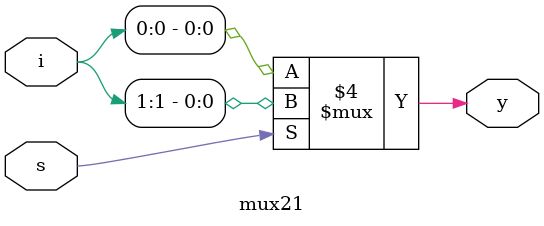
<source format=v>
module mux21(i,s,y);
input [1:0]i;
input s;
output reg y;
always @(*)begin
    if(s==1'b0) y=i[0];
	else y=i[1];
end
endmodule

</source>
